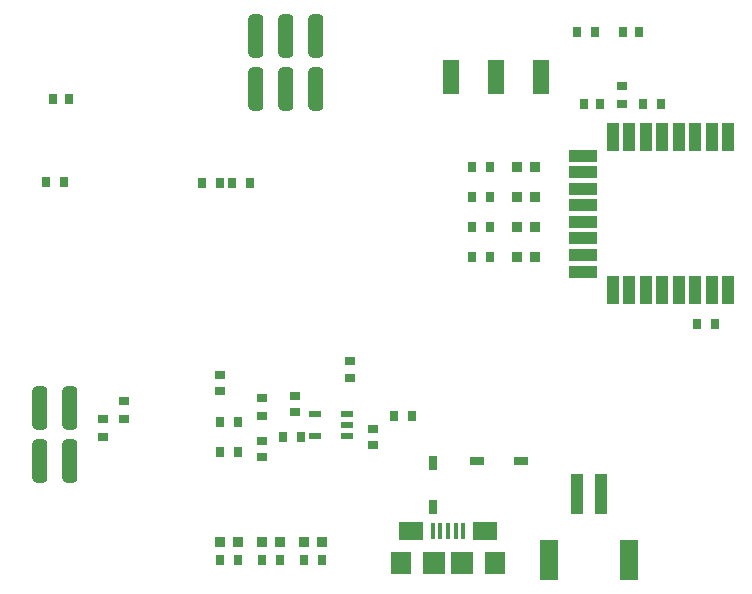
<source format=gtp>
G04 Layer_Color=8421504*
%FSAX24Y24*%
%MOIN*%
G70*
G01*
G75*
%ADD10R,0.0315X0.0354*%
%ADD11R,0.0394X0.0965*%
%ADD12R,0.0965X0.0394*%
%ADD13R,0.0315X0.0335*%
%ADD14R,0.0354X0.0374*%
%ADD15R,0.0413X0.0217*%
%ADD16R,0.0335X0.0315*%
%ADD17R,0.0354X0.0315*%
%ADD18R,0.0157X0.0531*%
%ADD19R,0.0827X0.0630*%
%ADD20R,0.0709X0.0748*%
%ADD21R,0.0748X0.0748*%
%ADD22R,0.0394X0.1378*%
%ADD23R,0.0591X0.1339*%
%ADD24R,0.0551X0.1181*%
%ADD25R,0.0276X0.0472*%
%ADD26R,0.0472X0.0276*%
G04:AMPARAMS|DCode=27|XSize=50mil|YSize=144.9mil|CornerRadius=12.5mil|HoleSize=0mil|Usage=FLASHONLY|Rotation=180.000|XOffset=0mil|YOffset=0mil|HoleType=Round|Shape=RoundedRectangle|*
%AMROUNDEDRECTD27*
21,1,0.0500,0.1199,0,0,180.0*
21,1,0.0250,0.1449,0,0,180.0*
1,1,0.0250,-0.0125,0.0599*
1,1,0.0250,0.0125,0.0599*
1,1,0.0250,0.0125,-0.0599*
1,1,0.0250,-0.0125,-0.0599*
%
%ADD27ROUNDEDRECTD27*%
D10*
X023295Y031500D02*
D03*
X022705D02*
D03*
X025495Y029100D02*
D03*
X024905D02*
D03*
X011395Y013900D02*
D03*
X010805D02*
D03*
X019795Y024000D02*
D03*
X019205D02*
D03*
X026705Y021750D02*
D03*
X027295D02*
D03*
X010805Y017500D02*
D03*
X011395D02*
D03*
X010805Y018500D02*
D03*
X011395D02*
D03*
X016605Y018700D02*
D03*
X017195D02*
D03*
X019795Y027000D02*
D03*
X019205D02*
D03*
X019795Y026000D02*
D03*
X019205D02*
D03*
X019795Y025000D02*
D03*
X019205D02*
D03*
X010795Y026450D02*
D03*
X010205D02*
D03*
X011795D02*
D03*
X011205D02*
D03*
X005595Y026500D02*
D03*
X005005D02*
D03*
X012205Y013900D02*
D03*
X012795D02*
D03*
X013605D02*
D03*
X014195D02*
D03*
X012905Y018000D02*
D03*
X013495D02*
D03*
D11*
X027750Y028000D02*
D03*
X027199D02*
D03*
X026648D02*
D03*
X026096D02*
D03*
X025545D02*
D03*
X024994D02*
D03*
X024443D02*
D03*
X023892D02*
D03*
Y022882D02*
D03*
X024443D02*
D03*
X024994D02*
D03*
X025545D02*
D03*
X026096D02*
D03*
X026648D02*
D03*
X027199D02*
D03*
X027750D02*
D03*
D12*
X022907Y027370D02*
D03*
Y026819D02*
D03*
Y026268D02*
D03*
Y025717D02*
D03*
Y024614D02*
D03*
Y024063D02*
D03*
Y023512D02*
D03*
Y025165D02*
D03*
D13*
X024776Y031500D02*
D03*
X024224D02*
D03*
X022924Y029100D02*
D03*
X023476D02*
D03*
X005776Y029250D02*
D03*
X005224D02*
D03*
D14*
X013595Y014500D02*
D03*
X014205D02*
D03*
X012195D02*
D03*
X012805D02*
D03*
X010795D02*
D03*
X011405D02*
D03*
X021305Y027000D02*
D03*
X020695D02*
D03*
X021305Y026000D02*
D03*
X020695D02*
D03*
X021305Y025000D02*
D03*
X020695D02*
D03*
X021305Y024000D02*
D03*
X020695D02*
D03*
D15*
X013978Y018026D02*
D03*
Y018774D02*
D03*
X015022D02*
D03*
Y018400D02*
D03*
Y018026D02*
D03*
D16*
X013300Y019376D02*
D03*
Y018824D02*
D03*
X012200Y017876D02*
D03*
Y017324D02*
D03*
X010800Y019524D02*
D03*
Y020076D02*
D03*
X015900Y017724D02*
D03*
Y018276D02*
D03*
D17*
X006900Y018005D02*
D03*
Y018595D02*
D03*
X007600Y018605D02*
D03*
Y019195D02*
D03*
X015150Y019955D02*
D03*
Y020545D02*
D03*
X024200Y029105D02*
D03*
Y029695D02*
D03*
X012200Y018705D02*
D03*
Y019295D02*
D03*
D18*
X018400Y014853D02*
D03*
X018656D02*
D03*
X018912D02*
D03*
X018144D02*
D03*
X017888D02*
D03*
D19*
X017180Y014863D02*
D03*
X019620D02*
D03*
D20*
X016825Y013800D02*
D03*
X019975D02*
D03*
D21*
X017928D02*
D03*
X018872D02*
D03*
D22*
X022706Y016089D02*
D03*
X023494D02*
D03*
D23*
X024419Y013904D02*
D03*
X021781D02*
D03*
D24*
X018500Y030000D02*
D03*
X021500D02*
D03*
X020000D02*
D03*
D25*
X017900Y017128D02*
D03*
Y015672D02*
D03*
D26*
X019372Y017200D02*
D03*
X020828D02*
D03*
D27*
X005800Y018948D02*
D03*
X004800D02*
D03*
Y017200D02*
D03*
X005800D02*
D03*
X014000Y029600D02*
D03*
X013000D02*
D03*
X012000D02*
D03*
Y031348D02*
D03*
X013000D02*
D03*
X014000D02*
D03*
M02*

</source>
